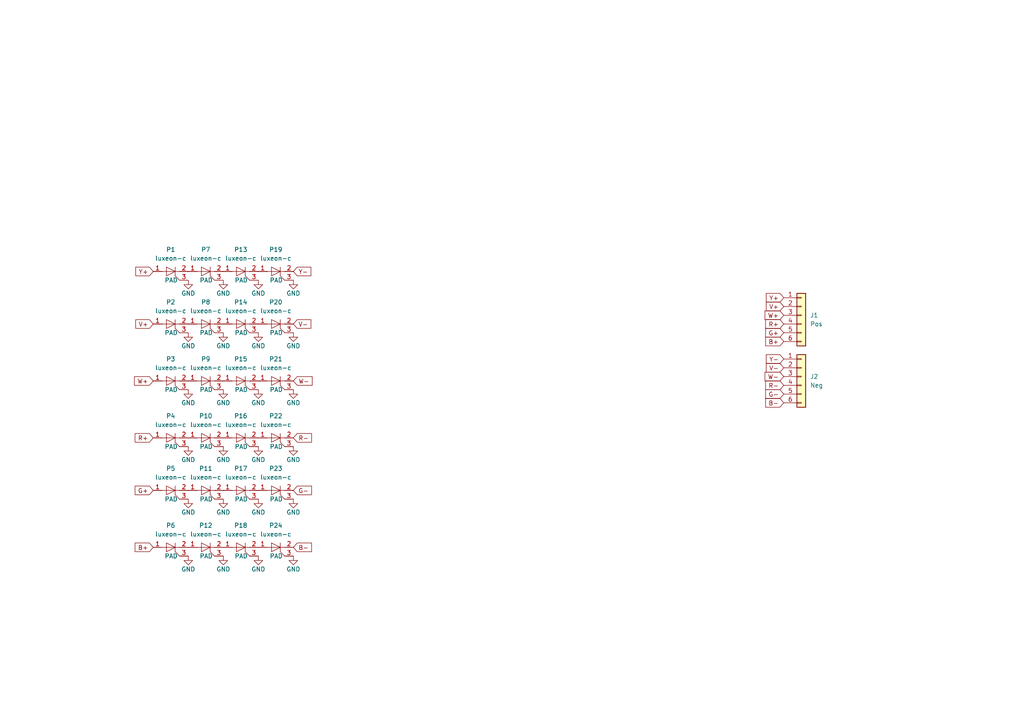
<source format=kicad_sch>
(kicad_sch (version 20230121) (generator eeschema)
  (paper "A4")
  (lib_symbols
    (symbol "Connector_Generic:Conn_01x06" (pin_names (offset 1.016) hide)
      (property "Reference" "J" (at 0 7.62 0))
      (property "Value" "Conn_01x06" (at 0 -10.16 0))
      (symbol "Conn_01x06_1_1"
        (rectangle (start -1.27 -7.493) (end 0 -7.747) (stroke (width 0.1524)))
        (rectangle (start -1.27 -4.953) (end 0 -5.207) (stroke (width 0.1524)))
        (rectangle (start -1.27 -2.413) (end 0 -2.667) (stroke (width 0.1524)))
        (rectangle (start -1.27 0.127) (end 0 -0.127) (stroke (width 0.1524)))
        (rectangle (start -1.27 2.667) (end 0 2.413) (stroke (width 0.1524)))
        (rectangle (start -1.27 5.207) (end 0 4.953) (stroke (width 0.1524)))
        (rectangle (start -1.27 6.35) (end 1.27 -8.89) (stroke (width 0.254)) (fill (type background)))
        (pin passive line (at -5.08 5.08 0) (length 3.81) (name "Pin_1") (number "1"))
        (pin passive line (at -5.08 2.54 0) (length 3.81) (name "Pin_2") (number "2"))
        (pin passive line (at -5.08 0 0) (length 3.81) (name "Pin_3") (number "3"))
        (pin passive line (at -5.08 -2.54 0) (length 3.81) (name "Pin_4") (number "4"))
        (pin passive line (at -5.08 -5.08 0) (length 3.81) (name "Pin_5") (number "5"))
        (pin passive line (at -5.08 -7.62 0) (length 3.81) (name "Pin_6") (number "6"))
      )
    )
    (symbol "otter:GND" (power) (pin_names (offset 0))
      (property "Value" "GND" (at 0 -3.81 0))
      (symbol "GND_0_1"
        (polyline (pts (xy 0 0) (xy 0 -1.27) (xy 1.27 -1.27) (xy 0 -2.54) (xy -1.27 -1.27) (xy 0 -1.27)))
      )
      (symbol "GND_1_1"
        (pin power_in line (at 0 0 270) (length 0) hide (name "GND") (number "1"))
      )
    )
    (symbol "otter:luxeon-c"
      (property "Reference" "P" (at 0 3.81 0))
      (property "Value" "luxeon-c" (at 0 2.54 0))
      (symbol "luxeon-c_0_1"
        (polyline (pts (xy -1.27 -1.27) (xy -1.27 1.27)))
        (polyline (pts (xy -1.27 -1.27) (xy 1.27 0)))
        (polyline (pts (xy 1.27 0) (xy -1.27 1.27)))
        (polyline (pts (xy 1.27 1.27) (xy 1.27 -1.27)))
        (polyline (pts (xy 2.54 -2.54) (xy 1.27 -1.27)))
        (polyline (pts (xy 2.54 0) (xy -2.54 0)))
      )
      (symbol "luxeon-c_1_1"
        (pin input line (at -5.08 0 0) (length 2.54) (name "") (number "1"))
        (pin input line (at 5.08 0 180) (length 2.54) (name "") (number "2"))
        (pin input line (at 5.08 -2.54 180) (length 2.54) (name "PAD") (number "3"))
      )
    )
  )
  (global_label "W-" (shape input) (at 227.33 109.22 180) (property "Intersheetrefs" "${INTERSHEET_REFS}" (effects hide)))
  (global_label "G-" (shape input) (at 227.33 114.3 180) (property "Intersheetrefs" "${INTERSHEET_REFS}" (effects hide)))
  (global_label "G+" (shape input) (at 44.45 142.24 180) (property "Intersheetrefs" "${INTERSHEET_REFS}" (effects hide)))
  (global_label "Y+" (shape input) (at 227.33 86.36 180) (property "Intersheetrefs" "${INTERSHEET_REFS}" (effects hide)))
  (global_label "Y-" (shape input) (at 227.33 104.14 180) (property "Intersheetrefs" "${INTERSHEET_REFS}" (effects hide)))
  (global_label "G+" (shape input) (at 227.33 96.52 180) (property "Intersheetrefs" "${INTERSHEET_REFS}" (effects hide)))
  (global_label "Y+" (shape input) (at 44.45 78.74 180) (property "Intersheetrefs" "${INTERSHEET_REFS}" (effects hide)))
  (global_label "R+" (shape input) (at 227.33 93.98 180) (property "Intersheetrefs" "${INTERSHEET_REFS}" (effects hide)))
  (global_label "W+" (shape input) (at 44.45 110.49 180) (property "Intersheetrefs" "${INTERSHEET_REFS}" (effects hide)))
  (global_label "Y-" (shape input) (at 85.09 78.74 0) (property "Intersheetrefs" "${INTERSHEET_REFS}" (effects hide)))
  (global_label "B-" (shape input) (at 85.09 158.75 0) (property "Intersheetrefs" "${INTERSHEET_REFS}" (effects hide)))
  (global_label "B+" (shape input) (at 44.45 158.75 180) (property "Intersheetrefs" "${INTERSHEET_REFS}" (effects hide)))
  (global_label "R+" (shape input) (at 44.45 127 180) (property "Intersheetrefs" "${INTERSHEET_REFS}" (effects hide)))
  (global_label "B+" (shape input) (at 227.33 99.06 180) (property "Intersheetrefs" "${INTERSHEET_REFS}" (effects hide)))
  (global_label "V-" (shape input) (at 227.33 106.68 180) (property "Intersheetrefs" "${INTERSHEET_REFS}" (effects hide)))
  (global_label "V+" (shape input) (at 44.45 93.98 180) (property "Intersheetrefs" "${INTERSHEET_REFS}" (effects hide)))
  (global_label "W-" (shape input) (at 85.09 110.49 0) (property "Intersheetrefs" "${INTERSHEET_REFS}" (effects hide)))
  (global_label "B-" (shape input) (at 227.33 116.84 180) (property "Intersheetrefs" "${INTERSHEET_REFS}" (effects hide)))
  (global_label "R-" (shape input) (at 85.09 127 0) (property "Intersheetrefs" "${INTERSHEET_REFS}" (effects hide)))
  (global_label "V-" (shape input) (at 85.09 93.98 0) (property "Intersheetrefs" "${INTERSHEET_REFS}" (effects hide)))
  (global_label "V+" (shape input) (at 227.33 88.9 180) (property "Intersheetrefs" "${INTERSHEET_REFS}" (effects hide)))
  (global_label "R-" (shape input) (at 227.33 111.76 180) (property "Intersheetrefs" "${INTERSHEET_REFS}" (effects hide)))
  (global_label "G-" (shape input) (at 85.09 142.24 0) (property "Intersheetrefs" "${INTERSHEET_REFS}" (effects hide)))
  (global_label "W+" (shape input) (at 227.33 91.44 180) (property "Intersheetrefs" "${INTERSHEET_REFS}" (effects hide)))
  (symbol (lib_id "otter:luxeon-c") (at 59.69 127 0) (unit 1)
    (property "Reference" "P10" (at 59.69 120.65 0))
    (property "Value" "luxeon-c" (at 59.69 123.19 0))
    (property "Footprint" "otter:luxeon-c" (effects hide))
  )
  (symbol (lib_id "otter:GND") (at 54.61 161.29 0) (unit 1)
    (property "Reference" "#PWR0110" (effects hide))
    (property "Value" "GND" (at 54.61 165.1 0))
  )
  (symbol (lib_id "otter:GND") (at 74.93 144.78 0) (unit 1)
    (property "Reference" "#PWR0124" (effects hide))
    (property "Value" "GND" (at 74.93 148.59 0))
  )
  (symbol (lib_id "otter:luxeon-c") (at 59.69 78.74 0) (unit 1)
    (property "Reference" "P7" (at 59.69 72.39 0))
    (property "Value" "luxeon-c" (at 59.69 74.93 0))
    (property "Footprint" "otter:luxeon-c" (effects hide))
  )
  (symbol (lib_id "otter:GND") (at 64.77 161.29 0) (unit 1)
    (property "Reference" "#PWR0118" (effects hide))
    (property "Value" "GND" (at 64.77 165.1 0))
  )
  (symbol (lib_id "otter:luxeon-c") (at 59.69 93.98 0) (unit 1)
    (property "Reference" "P8" (at 59.69 87.63 0))
    (property "Value" "luxeon-c" (at 59.69 90.17 0))
    (property "Footprint" "otter:luxeon-c" (effects hide))
  )
  (symbol (lib_id "otter:GND") (at 85.09 96.52 0) (unit 1)
    (property "Reference" "#PWR0108" (effects hide))
    (property "Value" "GND" (at 85.09 100.33 0))
  )
  (symbol (lib_id "otter:luxeon-c") (at 49.53 127 0) (unit 1)
    (property "Reference" "P4" (at 49.53 120.65 0))
    (property "Value" "luxeon-c" (at 49.53 123.19 0))
    (property "Footprint" "otter:luxeon-c" (effects hide))
  )
  (symbol (lib_id "otter:GND") (at 85.09 144.78 0) (unit 1)
    (property "Reference" "#PWR0119" (effects hide))
    (property "Value" "GND" (at 85.09 148.59 0))
  )
  (symbol (lib_id "otter:luxeon-c") (at 80.01 158.75 0) (unit 1)
    (property "Reference" "P24" (at 80.01 152.4 0))
    (property "Value" "luxeon-c" (at 80.01 154.94 0))
    (property "Footprint" "otter:luxeon-c" (effects hide))
  )
  (symbol (lib_id "otter:luxeon-c") (at 80.01 78.74 0) (unit 1)
    (property "Reference" "P19" (at 80.01 72.39 0))
    (property "Value" "luxeon-c" (at 80.01 74.93 0))
    (property "Footprint" "otter:luxeon-c" (effects hide))
  )
  (symbol (lib_id "otter:luxeon-c") (at 80.01 110.49 0) (unit 1)
    (property "Reference" "P21" (at 80.01 104.14 0))
    (property "Value" "luxeon-c" (at 80.01 106.68 0))
    (property "Footprint" "otter:luxeon-c" (effects hide))
  )
  (symbol (lib_id "otter:luxeon-c") (at 49.53 93.98 0) (unit 1)
    (property "Reference" "P2" (at 49.53 87.63 0))
    (property "Value" "luxeon-c" (at 49.53 90.17 0))
    (property "Footprint" "otter:luxeon-c" (effects hide))
  )
  (symbol (lib_id "otter:luxeon-c") (at 59.69 110.49 0) (unit 1)
    (property "Reference" "P9" (at 59.69 104.14 0))
    (property "Value" "luxeon-c" (at 59.69 106.68 0))
    (property "Footprint" "otter:luxeon-c" (effects hide))
  )
  (symbol (lib_id "otter:GND") (at 64.77 144.78 0) (unit 1)
    (property "Reference" "#PWR0120" (effects hide))
    (property "Value" "GND" (at 64.77 148.59 0))
  )
  (symbol (lib_id "otter:GND") (at 64.77 96.52 0) (unit 1)
    (property "Reference" "#PWR0102" (effects hide))
    (property "Value" "GND" (at 64.77 100.33 0))
  )
  (symbol (lib_id "otter:GND") (at 54.61 113.03 0) (unit 1)
    (property "Reference" "#PWR0111" (effects hide))
    (property "Value" "GND" (at 54.61 116.84 0))
  )
  (symbol (lib_id "otter:GND") (at 74.93 129.54 0) (unit 1)
    (property "Reference" "#PWR0123" (effects hide))
    (property "Value" "GND" (at 74.93 133.35 0))
  )
  (symbol (lib_id "otter:GND") (at 85.09 113.03 0) (unit 1)
    (property "Reference" "#PWR0113" (effects hide))
    (property "Value" "GND" (at 85.09 116.84 0))
  )
  (symbol (lib_id "otter:luxeon-c") (at 69.85 127 0) (unit 1)
    (property "Reference" "P16" (at 69.85 120.65 0))
    (property "Value" "luxeon-c" (at 69.85 123.19 0))
    (property "Footprint" "otter:luxeon-c" (effects hide))
  )
  (symbol (lib_id "otter:GND") (at 64.77 113.03 0) (unit 1)
    (property "Reference" "#PWR0112" (effects hide))
    (property "Value" "GND" (at 64.77 116.84 0))
  )
  (symbol (lib_id "otter:GND") (at 54.61 144.78 0) (unit 1)
    (property "Reference" "#PWR0109" (effects hide))
    (property "Value" "GND" (at 54.61 148.59 0))
  )
  (symbol (lib_id "otter:GND") (at 85.09 81.28 0) (unit 1)
    (property "Reference" "#PWR0105" (effects hide))
    (property "Value" "GND" (at 85.09 85.09 0))
  )
  (symbol (lib_id "otter:luxeon-c") (at 59.69 142.24 0) (unit 1)
    (property "Reference" "P11" (at 59.69 135.89 0))
    (property "Value" "luxeon-c" (at 59.69 138.43 0))
    (property "Footprint" "otter:luxeon-c" (effects hide))
  )
  (symbol (lib_id "otter:GND") (at 85.09 129.54 0) (unit 1)
    (property "Reference" "#PWR0115" (effects hide))
    (property "Value" "GND" (at 85.09 133.35 0))
  )
  (symbol (lib_id "otter:luxeon-c") (at 80.01 93.98 0) (unit 1)
    (property "Reference" "P20" (at 80.01 87.63 0))
    (property "Value" "luxeon-c" (at 80.01 90.17 0))
    (property "Footprint" "otter:luxeon-c" (effects hide))
  )
  (symbol (lib_id "otter:luxeon-c") (at 69.85 110.49 0) (unit 1)
    (property "Reference" "P15" (at 69.85 104.14 0))
    (property "Value" "luxeon-c" (at 69.85 106.68 0))
    (property "Footprint" "otter:luxeon-c" (effects hide))
  )
  (symbol (lib_id "otter:luxeon-c") (at 69.85 78.74 0) (unit 1)
    (property "Reference" "P13" (at 69.85 72.39 0))
    (property "Value" "luxeon-c" (at 69.85 74.93 0))
    (property "Footprint" "otter:luxeon-c" (effects hide))
  )
  (symbol (lib_id "otter:GND") (at 64.77 81.28 0) (unit 1)
    (property "Reference" "#PWR0103" (effects hide))
    (property "Value" "GND" (at 64.77 85.09 0))
  )
  (symbol (lib_id "otter:GND") (at 54.61 129.54 0) (unit 1)
    (property "Reference" "#PWR0122" (effects hide))
    (property "Value" "GND" (at 54.61 133.35 0))
  )
  (symbol (lib_id "otter:GND") (at 54.61 96.52 0) (unit 1)
    (property "Reference" "#PWR0101" (effects hide))
    (property "Value" "GND" (at 54.61 100.33 0))
  )
  (symbol (lib_id "Connector_Generic:Conn_01x06") (at 232.41 109.22 0) (unit 1)
    (property "Reference" "J2" (at 234.95 109.2199 0) (effects (justify left)))
    (property "Value" "Neg" (at 234.95 111.7599 0) (effects (justify left)))
    (property "Footprint" "otter:CONN_1x06_SMD_SIDE" (effects hide))
  )
  (symbol (lib_id "otter:GND") (at 54.61 81.28 0) (unit 1)
    (property "Reference" "#PWR0104" (effects hide))
    (property "Value" "GND" (at 54.61 85.09 0))
  )
  (symbol (lib_id "otter:GND") (at 74.93 96.52 0) (unit 1)
    (property "Reference" "#PWR0107" (effects hide))
    (property "Value" "GND" (at 74.93 100.33 0))
  )
  (symbol (lib_id "otter:luxeon-c") (at 49.53 158.75 0) (unit 1)
    (property "Reference" "P6" (at 49.53 152.4 0))
    (property "Value" "luxeon-c" (at 49.53 154.94 0))
    (property "Footprint" "otter:luxeon-c" (effects hide))
  )
  (symbol (lib_id "otter:luxeon-c") (at 49.53 78.74 0) (unit 1)
    (property "Reference" "P1" (at 49.53 72.39 0))
    (property "Value" "luxeon-c" (at 49.53 74.93 0))
    (property "Footprint" "otter:luxeon-c" (effects hide))
  )
  (symbol (lib_id "otter:GND") (at 74.93 81.28 0) (unit 1)
    (property "Reference" "#PWR0106" (effects hide))
    (property "Value" "GND" (at 74.93 85.09 0))
  )
  (symbol (lib_id "otter:GND") (at 74.93 113.03 0) (unit 1)
    (property "Reference" "#PWR0114" (effects hide))
    (property "Value" "GND" (at 74.93 116.84 0))
  )
  (symbol (lib_id "otter:luxeon-c") (at 49.53 110.49 0) (unit 1)
    (property "Reference" "P3" (at 49.53 104.14 0))
    (property "Value" "luxeon-c" (at 49.53 106.68 0))
    (property "Footprint" "otter:luxeon-c" (effects hide))
  )
  (symbol (lib_id "otter:luxeon-c") (at 59.69 158.75 0) (unit 1)
    (property "Reference" "P12" (at 59.69 152.4 0))
    (property "Value" "luxeon-c" (at 59.69 154.94 0))
    (property "Footprint" "otter:luxeon-c" (effects hide))
  )
  (symbol (lib_id "otter:luxeon-c") (at 80.01 142.24 0) (unit 1)
    (property "Reference" "P23" (at 80.01 135.89 0))
    (property "Value" "luxeon-c" (at 80.01 138.43 0))
    (property "Footprint" "otter:luxeon-c" (effects hide))
  )
  (symbol (lib_id "Connector_Generic:Conn_01x06") (at 232.41 91.44 0) (unit 1)
    (property "Reference" "J1" (at 234.95 91.4399 0) (effects (justify left)))
    (property "Value" "Pos" (at 234.95 93.9799 0) (effects (justify left)))
    (property "Footprint" "otter:CONN_1x06_SMD_SIDE" (effects hide))
  )
  (symbol (lib_id "otter:luxeon-c") (at 69.85 93.98 0) (unit 1)
    (property "Reference" "P14" (at 69.85 87.63 0))
    (property "Value" "luxeon-c" (at 69.85 90.17 0))
    (property "Footprint" "otter:luxeon-c" (effects hide))
  )
  (symbol (lib_id "otter:GND") (at 85.09 161.29 0) (unit 1)
    (property "Reference" "#PWR0117" (effects hide))
    (property "Value" "GND" (at 85.09 165.1 0))
  )
  (symbol (lib_id "otter:luxeon-c") (at 80.01 127 0) (unit 1)
    (property "Reference" "P22" (at 80.01 120.65 0))
    (property "Value" "luxeon-c" (at 80.01 123.19 0))
    (property "Footprint" "otter:luxeon-c" (effects hide))
  )
  (symbol (lib_id "otter:luxeon-c") (at 49.53 142.24 0) (unit 1)
    (property "Reference" "P5" (at 49.53 135.89 0))
    (property "Value" "luxeon-c" (at 49.53 138.43 0))
    (property "Footprint" "otter:luxeon-c" (effects hide))
  )
  (symbol (lib_id "otter:GND") (at 64.77 129.54 0) (unit 1)
    (property "Reference" "#PWR0121" (effects hide))
    (property "Value" "GND" (at 64.77 133.35 0))
  )
  (symbol (lib_id "otter:luxeon-c") (at 69.85 142.24 0) (unit 1)
    (property "Reference" "P17" (at 69.85 135.89 0))
    (property "Value" "luxeon-c" (at 69.85 138.43 0))
    (property "Footprint" "otter:luxeon-c" (effects hide))
  )
  (symbol (lib_id "otter:GND") (at 74.93 161.29 0) (unit 1)
    (property "Reference" "#PWR0116" (effects hide))
    (property "Value" "GND" (at 74.93 165.1 0))
  )
  (symbol (lib_id "otter:luxeon-c") (at 69.85 158.75 0) (unit 1)
    (property "Reference" "P18" (at 69.85 152.4 0))
    (property "Value" "luxeon-c" (at 69.85 154.94 0))
    (property "Footprint" "otter:luxeon-c" (effects hide))
  )
)
</source>
